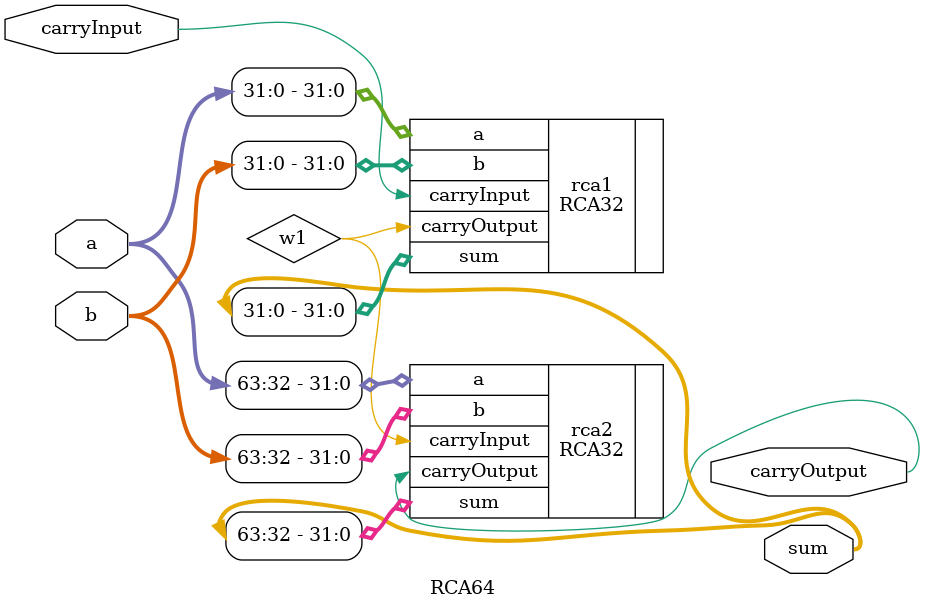
<source format=v>
`timescale 1ns / 1ps

//--------------------------------------------------------------------------------
// Assignment - 3
// Computer Oraganisation and Architecture Lab
// Semester - Autumn 2022-23
// Group No 24
// Yashraj Singh - 20CS10079
// Vikas Vijaykumar Bastewad - 20CS10073
//--------------------------------------------------------------------------------

module RCA64(
    input [63:0] a,
    input [63:0] b,
    input [0:0] carryInput,
    output [63:0] sum,
    output [0:0] carryOutput
    );

	wire [0:0] w1;				//wire of 1 bit length to store intermediate value
	
	// Cascading 2 32-bit Ripple Carry Adders to make a single 64-bit Ripple Carry Adder
	// we store the carry-out of the first 32-bits(leftmost 32 bits) in w and pass it carry-in for the next 32-bits(rightmost 32 bits)
	RCA32 rca1(.a(a[31:0]), .b(b[31:0]), .carryInput(carryInput[0:0]), .sum(sum[31:0]), .carryOutput(w1[0:0]));
	RCA32 rca2(.a(a[63:32]), .b(b[63:32]), .carryInput(w1[0:0]), .sum(sum[63:32]), .carryOutput(carryOutput[0:0]));

endmodule

</source>
